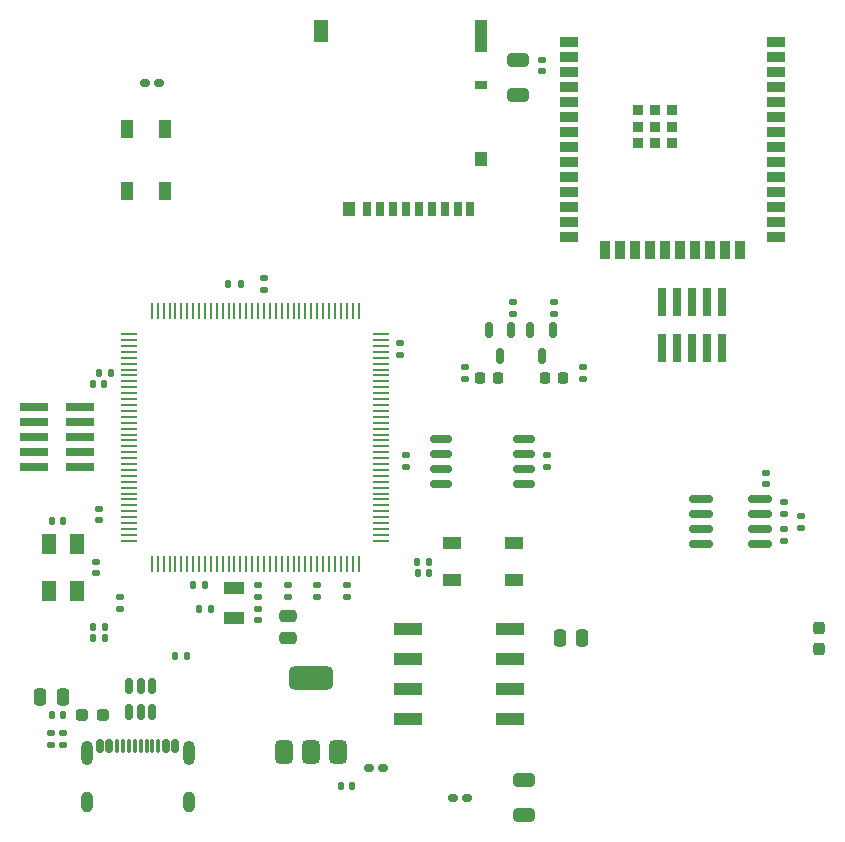
<source format=gbr>
%TF.GenerationSoftware,KiCad,Pcbnew,9.0.3*%
%TF.CreationDate,2025-07-13T20:53:51+12:00*%
%TF.ProjectId,RemiRAT,52656d69-5241-4542-9e6b-696361645f70,rev?*%
%TF.SameCoordinates,Original*%
%TF.FileFunction,Paste,Top*%
%TF.FilePolarity,Positive*%
%FSLAX46Y46*%
G04 Gerber Fmt 4.6, Leading zero omitted, Abs format (unit mm)*
G04 Created by KiCad (PCBNEW 9.0.3) date 2025-07-13 20:53:51*
%MOMM*%
%LPD*%
G01*
G04 APERTURE LIST*
G04 Aperture macros list*
%AMRoundRect*
0 Rectangle with rounded corners*
0 $1 Rounding radius*
0 $2 $3 $4 $5 $6 $7 $8 $9 X,Y pos of 4 corners*
0 Add a 4 corners polygon primitive as box body*
4,1,4,$2,$3,$4,$5,$6,$7,$8,$9,$2,$3,0*
0 Add four circle primitives for the rounded corners*
1,1,$1+$1,$2,$3*
1,1,$1+$1,$4,$5*
1,1,$1+$1,$6,$7*
1,1,$1+$1,$8,$9*
0 Add four rect primitives between the rounded corners*
20,1,$1+$1,$2,$3,$4,$5,0*
20,1,$1+$1,$4,$5,$6,$7,0*
20,1,$1+$1,$6,$7,$8,$9,0*
20,1,$1+$1,$8,$9,$2,$3,0*%
G04 Aperture macros list end*
%ADD10RoundRect,0.250000X0.250000X0.475000X-0.250000X0.475000X-0.250000X-0.475000X0.250000X-0.475000X0*%
%ADD11RoundRect,0.160000X-0.222500X-0.160000X0.222500X-0.160000X0.222500X0.160000X-0.222500X0.160000X0*%
%ADD12RoundRect,0.140000X0.170000X-0.140000X0.170000X0.140000X-0.170000X0.140000X-0.170000X-0.140000X0*%
%ADD13RoundRect,0.237500X-0.287500X-0.237500X0.287500X-0.237500X0.287500X0.237500X-0.287500X0.237500X0*%
%ADD14RoundRect,0.150000X-0.825000X-0.150000X0.825000X-0.150000X0.825000X0.150000X-0.825000X0.150000X0*%
%ADD15RoundRect,0.140000X-0.140000X-0.170000X0.140000X-0.170000X0.140000X0.170000X-0.140000X0.170000X0*%
%ADD16RoundRect,0.135000X0.185000X-0.135000X0.185000X0.135000X-0.185000X0.135000X-0.185000X-0.135000X0*%
%ADD17R,1.000000X1.550000*%
%ADD18RoundRect,0.150000X-0.150000X0.512500X-0.150000X-0.512500X0.150000X-0.512500X0.150000X0.512500X0*%
%ADD19RoundRect,0.135000X0.135000X0.185000X-0.135000X0.185000X-0.135000X-0.185000X0.135000X-0.185000X0*%
%ADD20RoundRect,0.250000X-0.650000X0.325000X-0.650000X-0.325000X0.650000X-0.325000X0.650000X0.325000X0*%
%ADD21RoundRect,0.140000X0.140000X0.170000X-0.140000X0.170000X-0.140000X-0.170000X0.140000X-0.170000X0*%
%ADD22R,1.470000X0.280000*%
%ADD23R,0.280000X1.470000*%
%ADD24RoundRect,0.218750X-0.218750X-0.256250X0.218750X-0.256250X0.218750X0.256250X-0.218750X0.256250X0*%
%ADD25R,0.700000X1.200000*%
%ADD26R,1.000000X0.800000*%
%ADD27R,1.000000X1.200000*%
%ADD28R,1.000000X2.800000*%
%ADD29R,1.300000X1.900000*%
%ADD30RoundRect,0.140000X-0.170000X0.140000X-0.170000X-0.140000X0.170000X-0.140000X0.170000X0.140000X0*%
%ADD31RoundRect,0.375000X0.375000X-0.625000X0.375000X0.625000X-0.375000X0.625000X-0.375000X-0.625000X0*%
%ADD32RoundRect,0.500000X1.400000X-0.500000X1.400000X0.500000X-1.400000X0.500000X-1.400000X-0.500000X0*%
%ADD33RoundRect,0.135000X-0.135000X-0.185000X0.135000X-0.185000X0.135000X0.185000X-0.135000X0.185000X0*%
%ADD34RoundRect,0.237500X0.237500X-0.287500X0.237500X0.287500X-0.237500X0.287500X-0.237500X-0.287500X0*%
%ADD35RoundRect,0.250000X0.650000X-0.325000X0.650000X0.325000X-0.650000X0.325000X-0.650000X-0.325000X0*%
%ADD36RoundRect,0.218750X0.218750X0.256250X-0.218750X0.256250X-0.218750X-0.256250X0.218750X-0.256250X0*%
%ADD37R,1.200000X1.800000*%
%ADD38RoundRect,0.150000X-0.150000X-0.425000X0.150000X-0.425000X0.150000X0.425000X-0.150000X0.425000X0*%
%ADD39RoundRect,0.075000X-0.075000X-0.500000X0.075000X-0.500000X0.075000X0.500000X-0.075000X0.500000X0*%
%ADD40O,1.000000X2.100000*%
%ADD41O,1.000000X1.800000*%
%ADD42R,0.740000X2.400000*%
%ADD43RoundRect,0.250000X-0.475000X0.250000X-0.475000X-0.250000X0.475000X-0.250000X0.475000X0.250000X0*%
%ADD44R,2.440000X1.130000*%
%ADD45R,1.498600X0.889000*%
%ADD46R,0.889000X1.498600*%
%ADD47R,0.889000X0.889000*%
%ADD48RoundRect,0.135000X-0.185000X0.135000X-0.185000X-0.135000X0.185000X-0.135000X0.185000X0.135000X0*%
%ADD49RoundRect,0.150000X-0.800000X-0.150000X0.800000X-0.150000X0.800000X0.150000X-0.800000X0.150000X0*%
%ADD50R,2.400000X0.740000*%
%ADD51R,1.550000X1.000000*%
%ADD52R,1.800000X1.000000*%
%ADD53RoundRect,0.150000X0.150000X-0.512500X0.150000X0.512500X-0.150000X0.512500X-0.150000X-0.512500X0*%
G04 APERTURE END LIST*
D10*
%TO.C,C12*%
X164050000Y-104500000D03*
X165950000Y-104500000D03*
%TD*%
D11*
%TO.C,F5*%
X155000000Y-118000000D03*
X156145000Y-118000000D03*
%TD*%
D12*
%TO.C,C25*%
X181500000Y-91480000D03*
X181500000Y-90520000D03*
%TD*%
D13*
%TO.C,F1*%
X123625000Y-111000000D03*
X125375000Y-111000000D03*
%TD*%
D14*
%TO.C,U5*%
X176025000Y-92730000D03*
X176025000Y-94000000D03*
X176025000Y-95270000D03*
X176025000Y-96540000D03*
X180975000Y-96540000D03*
X180975000Y-95270000D03*
X180975000Y-94000000D03*
X180975000Y-92730000D03*
%TD*%
D15*
%TO.C,C5*%
X121020000Y-94600000D03*
X121980000Y-94600000D03*
%TD*%
D16*
%TO.C,R11*%
X160050000Y-77010000D03*
X160050000Y-75990000D03*
%TD*%
D12*
%TO.C,C6*%
X138500000Y-102980000D03*
X138500000Y-102020000D03*
%TD*%
D17*
%TO.C,S3*%
X127400000Y-66625000D03*
X127400000Y-61375000D03*
X130600000Y-66625000D03*
X130600000Y-61375000D03*
%TD*%
D16*
%TO.C,R2*%
X121000000Y-113510000D03*
X121000000Y-112490000D03*
%TD*%
D18*
%TO.C,Q2*%
X159950000Y-78362500D03*
X158050000Y-78362500D03*
X159000000Y-80637500D03*
%TD*%
D16*
%TO.C,R17*%
X183000000Y-94000000D03*
X183000000Y-92980000D03*
%TD*%
D19*
%TO.C,R5*%
X153010000Y-98000000D03*
X151990000Y-98000000D03*
%TD*%
D12*
%TO.C,C21*%
X150500000Y-80480000D03*
X150500000Y-79520000D03*
%TD*%
D20*
%TO.C,C8*%
X160500000Y-55525000D03*
X160500000Y-58475000D03*
%TD*%
D21*
%TO.C,C23*%
X125500000Y-103515000D03*
X124540000Y-103515000D03*
%TD*%
D22*
%TO.C,U1*%
X127580000Y-78750000D03*
X127580000Y-79250000D03*
X127580000Y-79750000D03*
X127580000Y-80250000D03*
X127580000Y-80750000D03*
X127580000Y-81250000D03*
X127580000Y-81750000D03*
X127580000Y-82250000D03*
X127580000Y-82750000D03*
X127580000Y-83250000D03*
X127580000Y-83750000D03*
X127580000Y-84250000D03*
X127580000Y-84750000D03*
X127580000Y-85250000D03*
X127580000Y-85750000D03*
X127580000Y-86250000D03*
X127580000Y-86750000D03*
X127580000Y-87250000D03*
X127580000Y-87750000D03*
X127580000Y-88250000D03*
X127580000Y-88750000D03*
X127580000Y-89250000D03*
X127580000Y-89750000D03*
X127580000Y-90250000D03*
X127580000Y-90750000D03*
X127580000Y-91250000D03*
X127580000Y-91750000D03*
X127580000Y-92250000D03*
X127580000Y-92750000D03*
X127580000Y-93250000D03*
X127580000Y-93750000D03*
X127580000Y-94250000D03*
X127580000Y-94750000D03*
X127580000Y-95250000D03*
X127580000Y-95750000D03*
X127580000Y-96250000D03*
D23*
X129500000Y-98170000D03*
X130000000Y-98170000D03*
X130500000Y-98170000D03*
X131000000Y-98170000D03*
X131500000Y-98170000D03*
X132000000Y-98170000D03*
X132500000Y-98170000D03*
X133000000Y-98170000D03*
X133500000Y-98170000D03*
X134000000Y-98170000D03*
X134500000Y-98170000D03*
X135000000Y-98170000D03*
X135500000Y-98170000D03*
X136000000Y-98170000D03*
X136500000Y-98170000D03*
X137000000Y-98170000D03*
X137500000Y-98170000D03*
X138000000Y-98170000D03*
X138500000Y-98170000D03*
X139000000Y-98170000D03*
X139500000Y-98170000D03*
X140000000Y-98170000D03*
X140500000Y-98170000D03*
X141000000Y-98170000D03*
X141500000Y-98170000D03*
X142000000Y-98170000D03*
X142500000Y-98170000D03*
X143000000Y-98170000D03*
X143500000Y-98170000D03*
X144000000Y-98170000D03*
X144500000Y-98170000D03*
X145000000Y-98170000D03*
X145500000Y-98170000D03*
X146000000Y-98170000D03*
X146500000Y-98170000D03*
X147000000Y-98170000D03*
D22*
X148920000Y-96250000D03*
X148920000Y-95750000D03*
X148920000Y-95250000D03*
X148920000Y-94750000D03*
X148920000Y-94250000D03*
X148920000Y-93750000D03*
X148920000Y-93250000D03*
X148920000Y-92750000D03*
X148920000Y-92250000D03*
X148920000Y-91750000D03*
X148920000Y-91250000D03*
X148920000Y-90750000D03*
X148920000Y-90250000D03*
X148920000Y-89750000D03*
X148920000Y-89250000D03*
X148920000Y-88750000D03*
X148920000Y-88250000D03*
X148920000Y-87750000D03*
X148920000Y-87250000D03*
X148920000Y-86750000D03*
X148920000Y-86250000D03*
X148920000Y-85750000D03*
X148920000Y-85250000D03*
X148920000Y-84750000D03*
X148920000Y-84250000D03*
X148920000Y-83750000D03*
X148920000Y-83250000D03*
X148920000Y-82750000D03*
X148920000Y-82250000D03*
X148920000Y-81750000D03*
X148920000Y-81250000D03*
X148920000Y-80750000D03*
X148920000Y-80250000D03*
X148920000Y-79750000D03*
X148920000Y-79250000D03*
X148920000Y-78750000D03*
D23*
X147000000Y-76830000D03*
X146500000Y-76830000D03*
X146000000Y-76830000D03*
X145500000Y-76830000D03*
X145000000Y-76830000D03*
X144500000Y-76830000D03*
X144000000Y-76830000D03*
X143500000Y-76830000D03*
X143000000Y-76830000D03*
X142500000Y-76830000D03*
X142000000Y-76830000D03*
X141500000Y-76830000D03*
X141000000Y-76830000D03*
X140500000Y-76830000D03*
X140000000Y-76830000D03*
X139500000Y-76830000D03*
X139000000Y-76830000D03*
X138500000Y-76830000D03*
X138000000Y-76830000D03*
X137500000Y-76830000D03*
X137000000Y-76830000D03*
X136500000Y-76830000D03*
X136000000Y-76830000D03*
X135500000Y-76830000D03*
X135000000Y-76830000D03*
X134500000Y-76830000D03*
X134000000Y-76830000D03*
X133500000Y-76830000D03*
X133000000Y-76830000D03*
X132500000Y-76830000D03*
X132000000Y-76830000D03*
X131500000Y-76830000D03*
X131000000Y-76830000D03*
X130500000Y-76830000D03*
X130000000Y-76830000D03*
X129500000Y-76830000D03*
%TD*%
D24*
%TO.C,LD1*%
X162762500Y-82500000D03*
X164337500Y-82500000D03*
%TD*%
D25*
%TO.C,J4*%
X147755000Y-68190000D03*
X148855000Y-68190000D03*
X149955000Y-68190000D03*
X151055000Y-68190000D03*
X152155000Y-68190000D03*
X153255000Y-68190000D03*
X154355000Y-68190000D03*
X155455000Y-68190000D03*
X156405000Y-68190000D03*
D26*
X157355000Y-57690000D03*
D27*
X157355000Y-63890000D03*
D28*
X157355000Y-53540000D03*
D27*
X146205000Y-68190000D03*
D29*
X143855000Y-53090000D03*
%TD*%
D30*
%TO.C,C7*%
X138500000Y-100020000D03*
X138500000Y-100980000D03*
%TD*%
D31*
%TO.C,VR1*%
X140700000Y-114150000D03*
X143000000Y-114150000D03*
X145300000Y-114150000D03*
D32*
X143000000Y-107850000D03*
%TD*%
D33*
%TO.C,R4*%
X131490000Y-106000000D03*
X132510000Y-106000000D03*
%TD*%
D12*
%TO.C,C10*%
X125000000Y-94480000D03*
X125000000Y-93520000D03*
%TD*%
D34*
%TO.C,F3*%
X186000000Y-105375000D03*
X186000000Y-103625000D03*
%TD*%
D21*
%TO.C,C3*%
X152980000Y-99000000D03*
X152020000Y-99000000D03*
%TD*%
D35*
%TO.C,C13*%
X161000000Y-119475000D03*
X161000000Y-116525000D03*
%TD*%
D19*
%TO.C,R6*%
X125530000Y-104515000D03*
X124510000Y-104515000D03*
%TD*%
D12*
%TO.C,R15*%
X184500000Y-95130000D03*
X184500000Y-94170000D03*
%TD*%
%TO.C,R7*%
X163000000Y-89980000D03*
X163000000Y-89020000D03*
%TD*%
D16*
%TO.C,R1*%
X122000000Y-113510000D03*
X122000000Y-112490000D03*
%TD*%
D36*
%TO.C,LD2*%
X158837500Y-82500000D03*
X157262500Y-82500000D03*
%TD*%
D19*
%TO.C,R14*%
X126010000Y-82000000D03*
X124990000Y-82000000D03*
%TD*%
D37*
%TO.C,Y1*%
X120800000Y-96500000D03*
X120800000Y-100500000D03*
X123200000Y-100500000D03*
X123200000Y-96500000D03*
%TD*%
D12*
%TO.C,C4*%
X124750000Y-99010000D03*
X124750000Y-98050000D03*
%TD*%
D15*
%TO.C,C18*%
X133020000Y-100000000D03*
X133980000Y-100000000D03*
%TD*%
D12*
%TO.C,C24*%
X151000000Y-89980000D03*
X151000000Y-89020000D03*
%TD*%
D16*
%TO.C,R12*%
X156000000Y-82510000D03*
X156000000Y-81490000D03*
%TD*%
D21*
%TO.C,C19*%
X125460000Y-83000000D03*
X124500000Y-83000000D03*
%TD*%
D15*
%TO.C,C14*%
X145520000Y-117000000D03*
X146480000Y-117000000D03*
%TD*%
D30*
%TO.C,C15*%
X141000000Y-100020000D03*
X141000000Y-100980000D03*
%TD*%
D16*
%TO.C,R9*%
X163550000Y-77010000D03*
X163550000Y-75990000D03*
%TD*%
D10*
%TO.C,C2*%
X121950000Y-109500000D03*
X120050000Y-109500000D03*
%TD*%
D38*
%TO.C,J1*%
X125100000Y-113637500D03*
X125900000Y-113637500D03*
D39*
X127050000Y-113637500D03*
X128050000Y-113637500D03*
X128550000Y-113637500D03*
X129550000Y-113637500D03*
D38*
X130700000Y-113637500D03*
X131500000Y-113637500D03*
X131500000Y-113637500D03*
X130700000Y-113637500D03*
D39*
X130050000Y-113637500D03*
X129050000Y-113637500D03*
X127550000Y-113637500D03*
X126550000Y-113637500D03*
D38*
X125900000Y-113637500D03*
X125100000Y-113637500D03*
D40*
X123980000Y-114212500D03*
D41*
X123980000Y-118392500D03*
D40*
X132620000Y-114212500D03*
D41*
X132620000Y-118392500D03*
%TD*%
D42*
%TO.C,J2*%
X172690000Y-79900000D03*
X172690000Y-76000000D03*
X173960000Y-79900000D03*
X173960000Y-76000000D03*
X175230000Y-79900000D03*
X175230000Y-76000000D03*
X176500000Y-79900000D03*
X176500000Y-76000000D03*
X177770000Y-79900000D03*
X177770000Y-76000000D03*
%TD*%
D43*
%TO.C,C16*%
X141000000Y-102600000D03*
X141000000Y-104500000D03*
%TD*%
D44*
%TO.C,S2*%
X151200000Y-103690000D03*
X151200000Y-106230000D03*
X151200000Y-108770000D03*
X151200000Y-111310000D03*
X159800000Y-111310000D03*
X159800000Y-108770000D03*
X159800000Y-106230000D03*
X159800000Y-103690000D03*
%TD*%
D45*
%TO.C,U2*%
X164854300Y-54000000D03*
X164854300Y-55270000D03*
X164854300Y-56540000D03*
X164854300Y-57810000D03*
X164854300Y-59080000D03*
X164854300Y-60350000D03*
X164854300Y-61620000D03*
X164854300Y-62890000D03*
X164854300Y-64160000D03*
X164854300Y-65430000D03*
X164854300Y-66700000D03*
X164854300Y-67970000D03*
X164854300Y-69240000D03*
X164854300Y-70510000D03*
D46*
X167889300Y-71605002D03*
X169159300Y-71605002D03*
X170429300Y-71605002D03*
X171699300Y-71605002D03*
X172969300Y-71605002D03*
X174239300Y-71605002D03*
X175509300Y-71605002D03*
X176779300Y-71605002D03*
X178049300Y-71605002D03*
X179319300Y-71605002D03*
D45*
X182354300Y-70510000D03*
X182354300Y-69240000D03*
X182354300Y-67970000D03*
X182354300Y-66700000D03*
X182354300Y-65430000D03*
X182354300Y-64160000D03*
X182354300Y-62890000D03*
X182354300Y-61620000D03*
X182354300Y-60350000D03*
X182354300Y-59080000D03*
X182354300Y-57810000D03*
X182354300Y-56540000D03*
X182354300Y-55270000D03*
X182354300Y-54000000D03*
D47*
X172100000Y-61186200D03*
X170700000Y-59786200D03*
X170700000Y-61186200D03*
X170700000Y-62586200D03*
X172100000Y-62586200D03*
X172100000Y-59786200D03*
X173500000Y-59786200D03*
X173500000Y-61186200D03*
X173500000Y-62586200D03*
%TD*%
D48*
%TO.C,R16*%
X183000000Y-95240000D03*
X183000000Y-96260000D03*
%TD*%
D21*
%TO.C,C1*%
X121980000Y-111000000D03*
X121020000Y-111000000D03*
%TD*%
D16*
%TO.C,R10*%
X166000000Y-82510000D03*
X166000000Y-81490000D03*
%TD*%
D12*
%TO.C,C20*%
X139000000Y-74980000D03*
X139000000Y-74020000D03*
%TD*%
D11*
%TO.C,F4*%
X147927500Y-115500000D03*
X149072500Y-115500000D03*
%TD*%
D49*
%TO.C,U4*%
X154000000Y-87595000D03*
X154000000Y-88865000D03*
X154000000Y-90135000D03*
X154000000Y-91405000D03*
X161000000Y-91405000D03*
X161000000Y-90135000D03*
X161000000Y-88865000D03*
X161000000Y-87595000D03*
%TD*%
D50*
%TO.C,J5*%
X119550000Y-84960000D03*
X123450000Y-84960000D03*
X119550000Y-86230000D03*
X123450000Y-86230000D03*
X119550000Y-87500000D03*
X123450000Y-87500000D03*
X119550000Y-88770000D03*
X123450000Y-88770000D03*
X119550000Y-90040000D03*
X123450000Y-90040000D03*
%TD*%
D30*
%TO.C,C17*%
X143500000Y-100020000D03*
X143500000Y-100980000D03*
%TD*%
D48*
%TO.C,R13*%
X146000000Y-99990000D03*
X146000000Y-101010000D03*
%TD*%
D15*
%TO.C,C22*%
X133520000Y-102000000D03*
X134480000Y-102000000D03*
%TD*%
D16*
%TO.C,R3*%
X126800000Y-102010000D03*
X126800000Y-100990000D03*
%TD*%
D51*
%TO.C,S1*%
X160125000Y-99600000D03*
X154875000Y-99600000D03*
X160125000Y-96400000D03*
X154875000Y-96400000D03*
%TD*%
D11*
%TO.C,F2*%
X128927500Y-57500000D03*
X130072500Y-57500000D03*
%TD*%
D30*
%TO.C,C9*%
X162500000Y-55520000D03*
X162500000Y-56480000D03*
%TD*%
D33*
%TO.C,R8*%
X135990000Y-74500000D03*
X137010000Y-74500000D03*
%TD*%
D52*
%TO.C,Y2*%
X136500000Y-100250000D03*
X136500000Y-102750000D03*
%TD*%
D18*
%TO.C,Q1*%
X163450000Y-78362500D03*
X161550000Y-78362500D03*
X162500000Y-80637500D03*
%TD*%
D53*
%TO.C,U3*%
X127600000Y-110775000D03*
X128550000Y-110775000D03*
X129500000Y-110775000D03*
X129500000Y-108500000D03*
X128550000Y-108500000D03*
X127600000Y-108500000D03*
%TD*%
M02*

</source>
